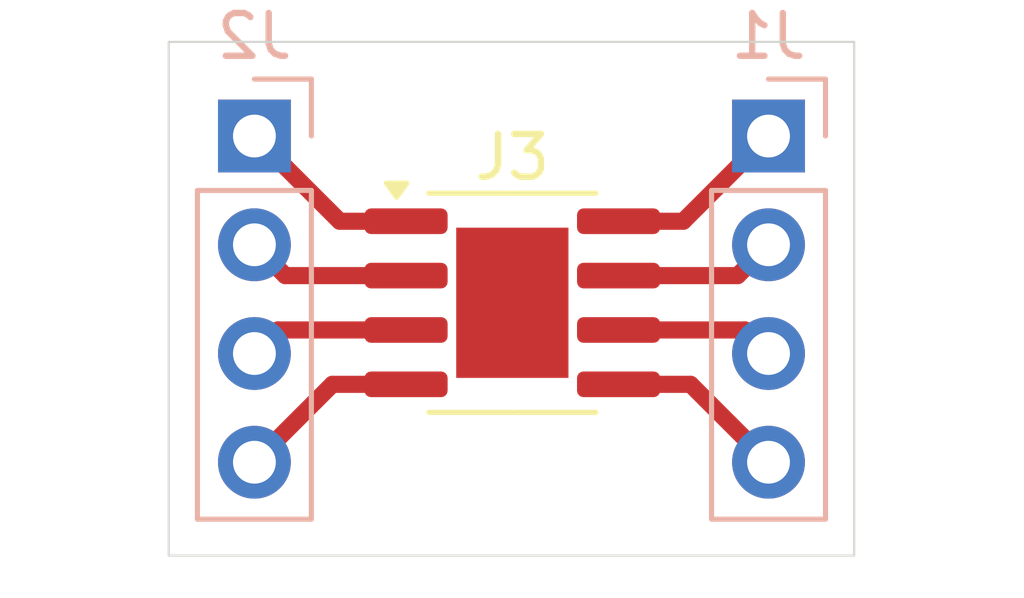
<source format=kicad_pcb>
(kicad_pcb (version 20240108) (generator "pcbnew") (generator_version "8.0")
  (layers (0 "F.Cu" signal) (31 "B.Cu" signal) (34 "B.Paste" user) (35 "F.Paste" user) (36 "B.SilkS" user "B.Silkscreen") (37 "F.SilkS" user "F.Silkscreen") (38 "B.Mask" user) (39 "F.Mask" user) (44 "Edge.Cuts" user))
  (net 0 "")
  (net 1 "Net-(J1-Pin_1)")
  (net 2 "Net-(J1-Pin_2)")
  (net 3 "Net-(J1-Pin_4)")
  (net 4 "Net-(J1-Pin_3)")
  (net 5 "Net-(J2-Pin_4)")
  (net 6 "Net-(J2-Pin_2)")
  (net 7 "Net-(J2-Pin_3)")
  (net 8 "Net-(J2-Pin_1)")
  (footprint "Package_SO:SOIC-8-1EP_3.9x4.9mm_P1.27mm_EP2.62x3.51mm" (layer "F.Cu") (at 127.02 72.595)
    (property "Reference" "J3" (at 0 -3.4 0) (layer "F.SilkS"))
    (property "Value" "Conn_02x04_Counter_Clockwise")
    (fp_line (start 0 -2.56) (end -1.95 -2.56) (stroke (width 0.12)) (layer "F.SilkS"))
    (fp_line (start 0 -2.56) (end 1.95 -2.56) (stroke (width 0.12)) (layer "F.SilkS"))
    (fp_line (start 0 2.56) (end -1.95 2.56) (stroke (width 0.12)) (layer "F.SilkS"))
    (fp_line (start 0 2.56) (end 1.95 2.56) (stroke (width 0.12)) (layer "F.SilkS"))
    (fp_poly (pts (xy -2.7 -2.465) (xy -2.94 -2.795) (xy -2.46 -2.795) (xy -2.7 -2.465)) (stroke (width 0.12)) (fill solid) (layer "F.SilkS"))
    (pad "1" smd roundrect (at -2.48 -1.905) (size 1.94 0.6) (layers "F.Cu" "F.Paste" "F.Mask") (net 8 "Net-(J2-Pin_1)"))
    (pad "2" smd roundrect (at -2.48 -0.635) (size 1.94 0.6) (layers "F.Cu" "F.Paste" "F.Mask") (net 6 "Net-(J2-Pin_2)"))
    (pad "3" smd roundrect (at -2.48 0.635) (size 1.94 0.6) (layers "F.Cu" "F.Paste" "F.Mask") (net 7 "Net-(J2-Pin_3)"))
    (pad "4" smd roundrect (at -2.48 1.905) (size 1.94 0.6) (layers "F.Cu" "F.Paste" "F.Mask") (net 5 "Net-(J2-Pin_4)"))
    (pad "5" smd roundrect (at 2.48 1.905) (size 1.94 0.6) (layers "F.Cu" "F.Paste" "F.Mask") (net 3 "Net-(J1-Pin_4)"))
    (pad "6" smd roundrect (at 2.48 0.635) (size 1.94 0.6) (layers "F.Cu" "F.Paste" "F.Mask") (net 4 "Net-(J1-Pin_3)"))
    (pad "7" smd roundrect (at 2.48 -0.635) (size 1.94 0.6) (layers "F.Cu" "F.Paste" "F.Mask") (net 2 "Net-(J1-Pin_2)"))
    (pad "8" smd roundrect (at 2.48 -1.905) (size 1.94 0.6) (layers "F.Cu" "F.Paste" "F.Mask") (net 1 "Net-(J1-Pin_1)"))
    (pad "9" smd rect (at 0 0) (size 2.62 3.51) (property pad_prop_heatsink) (layers "F.Cu" "F.Mask"))
  )
  (footprint "Connector_PinHeader_2.54mm:PinHeader_1x04_P2.54mm_Vertical" (layer "B.Cu") (at 133 68.7 180)
    (property "Reference" "J1" (at 0 2.33 0) (layer "B.SilkS") (effects (justify mirror)))
    (property "Value" "Conn_01x04")
    (fp_line (start 1.33 -1.27) (end -1.33 -1.27) (stroke (width 0.12)) (layer "B.SilkS"))
    (fp_line (start 1.33 -8.95) (end 1.33 -1.27) (stroke (width 0.12)) (layer "B.SilkS"))
    (fp_line (start 1.33 -8.95) (end -1.33 -8.95) (stroke (width 0.12)) (layer "B.SilkS"))
    (fp_line (start 0 1.33) (end -1.33 1.33) (stroke (width 0.12)) (layer "B.SilkS"))
    (fp_line (start -1.33 1.33) (end -1.33 0) (stroke (width 0.12)) (layer "B.SilkS"))
    (fp_line (start -1.33 -8.95) (end -1.33 -1.27) (stroke (width 0.12)) (layer "B.SilkS"))
    (pad "1" thru_hole rect (at 0 0 180) (size 1.7 1.7) (drill 1) (layers "*.Cu" "*.Mask") (net 1 "Net-(J1-Pin_1)"))
    (pad "2" thru_hole oval (at 0 -2.54 180) (size 1.7 1.7) (drill 1) (layers "*.Cu" "*.Mask") (net 2 "Net-(J1-Pin_2)"))
    (pad "3" thru_hole oval (at 0 -5.08 180) (size 1.7 1.7) (drill 1) (layers "*.Cu" "*.Mask") (net 4 "Net-(J1-Pin_3)"))
    (pad "4" thru_hole oval (at 0 -7.62 180) (size 1.7 1.7) (drill 1) (layers "*.Cu" "*.Mask") (net 3 "Net-(J1-Pin_4)"))
  )
  (footprint "Connector_PinHeader_2.54mm:PinHeader_1x04_P2.54mm_Vertical" (layer "B.Cu") (at 121 68.7 180)
    (property "Reference" "J2" (at 0 2.33 0) (layer "B.SilkS") (effects (justify mirror)))
    (property "Value" "Conn_01x04")
    (fp_line (start 1.33 -1.27) (end -1.33 -1.27) (stroke (width 0.12)) (layer "B.SilkS"))
    (fp_line (start 1.33 -8.95) (end 1.33 -1.27) (stroke (width 0.12)) (layer "B.SilkS"))
    (fp_line (start 1.33 -8.95) (end -1.33 -8.95) (stroke (width 0.12)) (layer "B.SilkS"))
    (fp_line (start 0 1.33) (end -1.33 1.33) (stroke (width 0.12)) (layer "B.SilkS"))
    (fp_line (start -1.33 1.33) (end -1.33 0) (stroke (width 0.12)) (layer "B.SilkS"))
    (fp_line (start -1.33 -8.95) (end -1.33 -1.27) (stroke (width 0.12)) (layer "B.SilkS"))
    (pad "1" thru_hole rect (at 0 0 180) (size 1.7 1.7) (drill 1) (layers "*.Cu" "*.Mask") (net 8 "Net-(J2-Pin_1)"))
    (pad "2" thru_hole oval (at 0 -2.54 180) (size 1.7 1.7) (drill 1) (layers "*.Cu" "*.Mask") (net 6 "Net-(J2-Pin_2)"))
    (pad "3" thru_hole oval (at 0 -5.08 180) (size 1.7 1.7) (drill 1) (layers "*.Cu" "*.Mask") (net 7 "Net-(J2-Pin_3)"))
    (pad "4" thru_hole oval (at 0 -7.62 180) (size 1.7 1.7) (drill 1) (layers "*.Cu" "*.Mask") (net 5 "Net-(J2-Pin_4)"))
  )
  (gr_rect (start 119 66.5) (end 135 78.5) (stroke (width 0.05)) (fill none) (layer "Edge.Cuts"))
  (segment (start 131.01 70.69) (end 133 68.7) (width 0.4) (layer "F.Cu") (net 1))
  (segment (start 129.5 70.69) (end 131.01 70.69) (width 0.4) (layer "F.Cu") (net 1))
  (segment (start 129.5 71.96) (end 132.28 71.96) (width 0.4) (layer "F.Cu") (net 2))
  (segment (start 132.28 71.96) (end 133 71.24) (width 0.4) (layer "F.Cu") (net 2))
  (segment (start 129.5 74.5) (end 131.18 74.5) (width 0.4) (layer "F.Cu") (net 3))
  (segment (start 131.18 74.5) (end 133 76.32) (width 0.4) (layer "F.Cu") (net 3))
  (segment (start 129.5 73.23) (end 132.45 73.23) (width 0.4) (layer "F.Cu") (net 4))
  (segment (start 132.45 73.23) (end 133 73.78) (width 0.4) (layer "F.Cu") (net 4))
  (segment (start 124.54 74.5) (end 122.82 74.5) (width 0.4) (layer "F.Cu") (net 5))
  (segment (start 122.82 74.5) (end 121 76.32) (width 0.4) (layer "F.Cu") (net 5))
  (segment (start 121.72 71.96) (end 121 71.24) (width 0.4) (layer "F.Cu") (net 6))
  (segment (start 124.54 71.96) (end 121.72 71.96) (width 0.4) (layer "F.Cu") (net 6))
  (segment (start 124.54 73.23) (end 121.55 73.23) (width 0.4) (layer "F.Cu") (net 7))
  (segment (start 121.55 73.23) (end 121 73.78) (width 0.4) (layer "F.Cu") (net 7))
  (segment (start 122.99 70.69) (end 121 68.7) (width 0.4) (layer "F.Cu") (net 8))
  (segment (start 124.54 70.69) (end 122.99 70.69) (width 0.4) (layer "F.Cu") (net 8))
)
</source>
